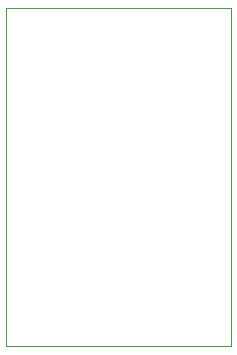
<source format=gbr>
G04 #@! TF.FileFunction,Profile,NP*
%FSLAX46Y46*%
G04 Gerber Fmt 4.6, Leading zero omitted, Abs format (unit mm)*
G04 Created by KiCad (PCBNEW no-vcs-found-product) date Wed 15 Jul 2015 02:34:46 AM PDT*
%MOMM*%
G01*
G04 APERTURE LIST*
%ADD10C,0.100000*%
G04 APERTURE END LIST*
D10*
X131445000Y-116586000D02*
X131445000Y-88011000D01*
X150495000Y-116586000D02*
X131445000Y-116586000D01*
X150495000Y-88011000D02*
X150495000Y-116586000D01*
X131445000Y-88011000D02*
X150495000Y-88011000D01*
M02*

</source>
